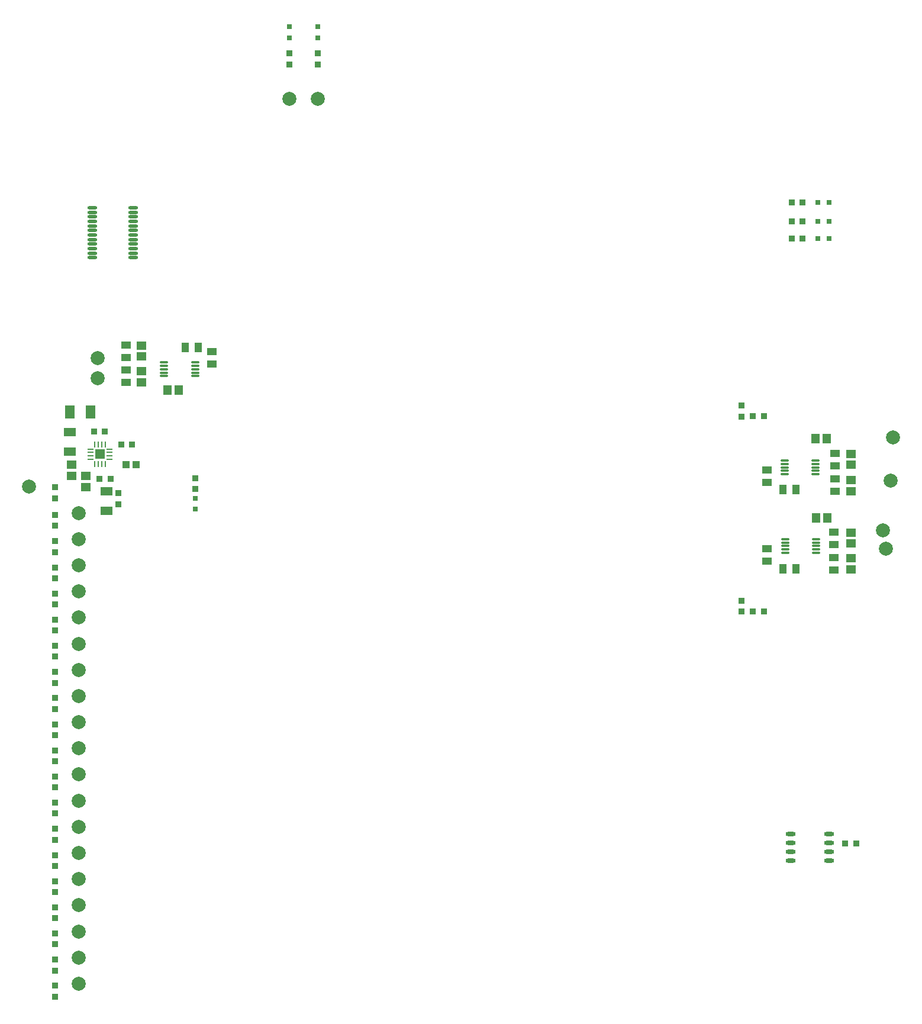
<source format=gbp>
G04*
G04 #@! TF.GenerationSoftware,Altium Limited,Altium Designer,18.1.11 (251)*
G04*
G04 Layer_Color=128*
%FSLAX25Y25*%
%MOIN*%
G70*
G01*
G75*
%ADD24R,0.03150X0.03150*%
%ADD25R,0.03543X0.03347*%
%ADD26R,0.03150X0.03150*%
%ADD27R,0.03347X0.03543*%
%ADD28C,0.07874*%
%ADD29R,0.05315X0.03937*%
%ADD30R,0.03937X0.05315*%
%ADD31R,0.05709X0.05118*%
%ADD32R,0.05709X0.07677*%
%ADD33R,0.05118X0.05709*%
%ADD34R,0.07087X0.05118*%
%ADD35O,0.05315X0.01181*%
%ADD36R,0.04134X0.03937*%
%ADD37R,0.05709X0.05709*%
%ADD38O,0.03740X0.00984*%
%ADD39O,0.00984X0.03740*%
%ADD40O,0.05512X0.01772*%
%ADD41O,0.05709X0.02362*%
D24*
X142856Y287006D02*
D03*
Y293305D02*
D03*
X195983Y558663D02*
D03*
Y552364D02*
D03*
X211809Y558663D02*
D03*
Y552364D02*
D03*
D25*
X142856Y304568D02*
D03*
Y298466D02*
D03*
X195923Y537558D02*
D03*
Y543660D02*
D03*
X211809Y537558D02*
D03*
Y543660D02*
D03*
X99513Y296000D02*
D03*
Y289898D02*
D03*
X450706Y339273D02*
D03*
Y345376D02*
D03*
Y229449D02*
D03*
Y235551D02*
D03*
X63779Y18661D02*
D03*
Y12559D02*
D03*
Y33388D02*
D03*
Y27286D02*
D03*
Y48116D02*
D03*
Y42014D02*
D03*
Y62844D02*
D03*
Y56741D02*
D03*
Y77571D02*
D03*
Y71469D02*
D03*
Y92299D02*
D03*
Y86196D02*
D03*
Y107026D02*
D03*
Y100924D02*
D03*
Y121754D02*
D03*
Y115651D02*
D03*
Y136481D02*
D03*
Y130379D02*
D03*
Y151209D02*
D03*
Y145106D02*
D03*
Y165936D02*
D03*
Y159834D02*
D03*
Y180664D02*
D03*
Y174561D02*
D03*
Y195391D02*
D03*
Y189289D02*
D03*
Y210119D02*
D03*
Y204016D02*
D03*
Y224846D02*
D03*
Y218744D02*
D03*
Y239574D02*
D03*
Y233471D02*
D03*
Y254301D02*
D03*
Y248199D02*
D03*
Y269029D02*
D03*
Y262927D02*
D03*
Y283756D02*
D03*
Y277654D02*
D03*
X63978Y299391D02*
D03*
Y293289D02*
D03*
D26*
X499925Y459666D02*
D03*
X493626D02*
D03*
X499925Y449194D02*
D03*
X493626D02*
D03*
X499925Y439490D02*
D03*
X493626D02*
D03*
D27*
X478819Y459666D02*
D03*
X484922D02*
D03*
X478819Y449194D02*
D03*
X484922D02*
D03*
X478819Y439490D02*
D03*
X484922D02*
D03*
X89052Y304077D02*
D03*
X95154D02*
D03*
X101240Y323624D02*
D03*
X107342D02*
D03*
X92069Y330700D02*
D03*
X85966D02*
D03*
X515113Y98890D02*
D03*
X509011D02*
D03*
X463144Y339372D02*
D03*
X457042D02*
D03*
X463144Y229449D02*
D03*
X457042D02*
D03*
D28*
X211809Y518052D02*
D03*
X195983D02*
D03*
X87784Y360900D02*
D03*
X87934Y372282D02*
D03*
X530350Y275056D02*
D03*
X532059Y264759D02*
D03*
X534421Y303284D02*
D03*
X535996Y327418D02*
D03*
X77295Y240755D02*
D03*
Y226027D02*
D03*
Y211300D02*
D03*
Y196572D02*
D03*
Y181845D02*
D03*
Y167117D02*
D03*
Y152390D02*
D03*
Y137662D02*
D03*
Y122935D02*
D03*
Y108207D02*
D03*
Y93480D02*
D03*
Y78752D02*
D03*
Y64025D02*
D03*
Y255483D02*
D03*
Y19842D02*
D03*
Y49297D02*
D03*
Y34569D02*
D03*
Y284938D02*
D03*
Y270210D02*
D03*
X49214Y299942D02*
D03*
D29*
X103954Y365530D02*
D03*
Y358444D02*
D03*
X103954Y379506D02*
D03*
Y372420D02*
D03*
X152380Y375963D02*
D03*
Y368877D02*
D03*
X503202Y311413D02*
D03*
Y318499D02*
D03*
X502670Y267063D02*
D03*
Y274150D02*
D03*
X502670Y252854D02*
D03*
Y259940D02*
D03*
X503178Y297043D02*
D03*
Y304130D02*
D03*
X464991Y257775D02*
D03*
Y264861D02*
D03*
Y302161D02*
D03*
Y309247D02*
D03*
D30*
X137358Y377989D02*
D03*
X144445D02*
D03*
X481079Y253483D02*
D03*
X473992D02*
D03*
X481079Y298085D02*
D03*
X473992D02*
D03*
D31*
X112616Y364940D02*
D03*
Y358641D02*
D03*
X112616Y379310D02*
D03*
Y373010D02*
D03*
X81390Y305681D02*
D03*
Y299382D02*
D03*
X73189Y312021D02*
D03*
Y305722D02*
D03*
X512119Y253050D02*
D03*
Y259350D02*
D03*
X512119Y267654D02*
D03*
Y273953D02*
D03*
X512233Y297240D02*
D03*
Y303539D02*
D03*
X512398Y312003D02*
D03*
Y318302D02*
D03*
D32*
X72151Y341674D02*
D03*
X83765D02*
D03*
D33*
X133622Y354249D02*
D03*
X127323D02*
D03*
X498992Y282138D02*
D03*
X492693D02*
D03*
X498681Y326711D02*
D03*
X492382D02*
D03*
D34*
X72088Y330505D02*
D03*
Y319481D02*
D03*
X92776Y297083D02*
D03*
Y286059D02*
D03*
D35*
X142912Y369857D02*
D03*
Y367889D02*
D03*
Y365920D02*
D03*
Y363952D02*
D03*
Y361983D02*
D03*
X125392Y369857D02*
D03*
Y367889D02*
D03*
Y365920D02*
D03*
Y363952D02*
D03*
Y361983D02*
D03*
X474852Y306693D02*
D03*
Y308662D02*
D03*
Y310630D02*
D03*
Y312599D02*
D03*
Y314567D02*
D03*
X492372Y306693D02*
D03*
Y308662D02*
D03*
Y310630D02*
D03*
Y312599D02*
D03*
Y314567D02*
D03*
X475131Y262402D02*
D03*
Y264370D02*
D03*
Y266339D02*
D03*
Y268307D02*
D03*
Y270276D02*
D03*
X492651Y262402D02*
D03*
Y264370D02*
D03*
Y266339D02*
D03*
Y268307D02*
D03*
Y270276D02*
D03*
D36*
X109687Y312178D02*
D03*
X103781D02*
D03*
D37*
X89156Y318007D02*
D03*
D38*
X94570Y315054D02*
D03*
Y317023D02*
D03*
Y318991D02*
D03*
Y320960D02*
D03*
X83743D02*
D03*
Y318991D02*
D03*
Y317023D02*
D03*
Y315054D02*
D03*
D39*
X92109Y323421D02*
D03*
X90140D02*
D03*
X88172D02*
D03*
X86203D02*
D03*
Y312594D02*
D03*
X88172D02*
D03*
X90140D02*
D03*
X92109D02*
D03*
D40*
X84841Y428722D02*
D03*
Y431281D02*
D03*
Y433840D02*
D03*
Y436399D02*
D03*
Y438958D02*
D03*
Y441517D02*
D03*
Y444076D02*
D03*
Y446635D02*
D03*
Y449194D02*
D03*
Y451753D02*
D03*
Y454312D02*
D03*
Y456871D02*
D03*
X108069Y428722D02*
D03*
Y431281D02*
D03*
Y433840D02*
D03*
Y436399D02*
D03*
Y438958D02*
D03*
Y441517D02*
D03*
Y444076D02*
D03*
Y446635D02*
D03*
Y449194D02*
D03*
Y451753D02*
D03*
Y454312D02*
D03*
Y456871D02*
D03*
D41*
X499778Y104015D02*
D03*
Y99015D02*
D03*
Y94015D02*
D03*
Y89015D02*
D03*
X478321Y104015D02*
D03*
Y99015D02*
D03*
Y94015D02*
D03*
Y89015D02*
D03*
M02*

</source>
